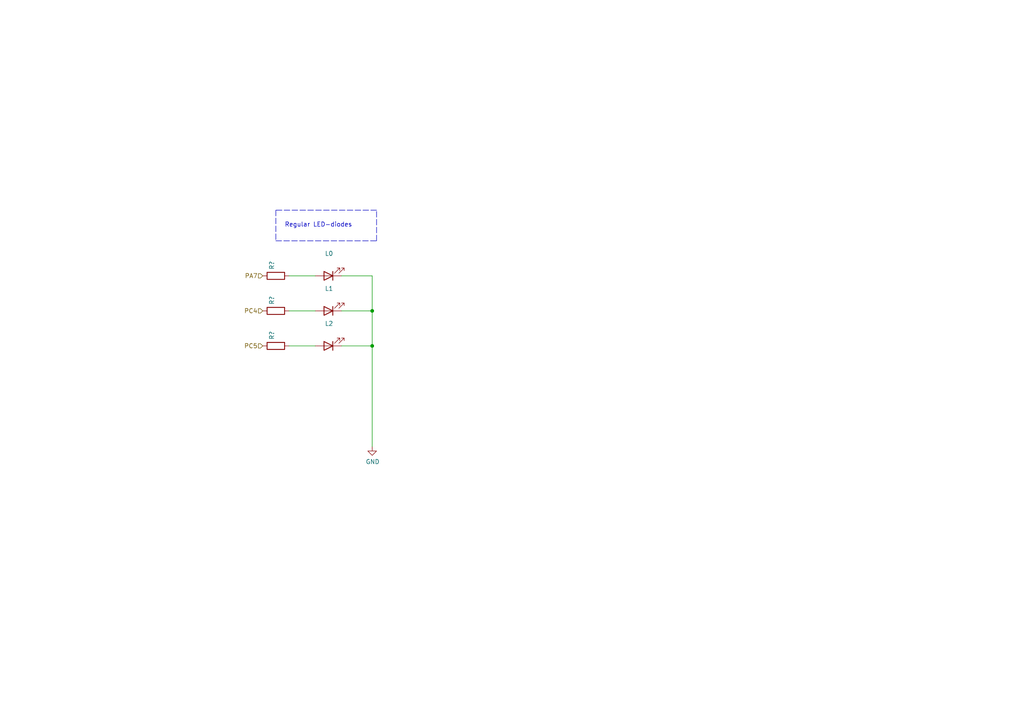
<source format=kicad_sch>
(kicad_sch (version 20211123) (generator eeschema)
  (paper "A4")
  (lib_symbols
    (symbol "Device:LED" (pin_numbers hide) (pin_names (offset 1.016) hide)
      (property "Reference" "D" (at 0 2.54 0))
      (property "Value" "LED" (at 0 -2.54 0))
      (symbol "LED_0_1"
        (polyline (pts (xy -1.27 -1.27) (xy -1.27 1.27)) (stroke (width 0.254)))
        (polyline (pts (xy -1.27 0) (xy 1.27 0)))
        (polyline (pts (xy 1.27 -1.27) (xy 1.27 1.27) (xy -1.27 0) (xy 1.27 -1.27)) (stroke (width 0.254)))
        (polyline (pts (xy -3.048 -0.762) (xy -4.572 -2.286) (xy -3.81 -2.286) (xy -4.572 -2.286) (xy -4.572 -1.524)))
        (polyline (pts (xy -1.778 -0.762) (xy -3.302 -2.286) (xy -2.54 -2.286) (xy -3.302 -2.286) (xy -3.302 -1.524)))
      )
      (symbol "LED_1_1"
        (pin passive line (at -3.81 0 0) (length 2.54) (name "K") (number "1"))
        (pin passive line (at 3.81 0 180) (length 2.54) (name "A") (number "2"))
      )
    )
    (symbol "Device:R" (pin_numbers hide) (pin_names (offset 0))
      (property "Reference" "R" (at 2.032 0 90))
      (property "Value" "R" (at 0 0 90))
      (symbol "R_0_1"
        (rectangle (start -1.016 -2.54) (end 1.016 2.54) (stroke (width 0.254)))
      )
      (symbol "R_1_1"
        (pin passive line (at 0 3.81 270) (length 1.27) (name "~") (number "1"))
        (pin passive line (at 0 -3.81 90) (length 1.27) (name "~") (number "2"))
      )
    )
    (symbol "power:GND" (power) (pin_names (offset 0))
      (property "Value" "GND" (at 0 -3.81 0))
      (symbol "GND_0_1"
        (polyline (pts (xy 0 0) (xy 0 -1.27) (xy 1.27 -1.27) (xy 0 -2.54) (xy -1.27 -1.27) (xy 0 -1.27)))
      )
      (symbol "GND_1_1"
        (pin power_in line (at 0 0 270) (length 0) hide (name "GND") (number "1"))
      )
    )
  )
  (junction (at 107.95 100.33))
  (junction (at 107.95 90.17))
  (wire (pts (xy 99.06 90.17) (xy 107.95 90.17)))
  (wire (pts (xy 91.44 100.33) (xy 83.82 100.33)))
  (wire (pts (xy 107.95 100.33) (xy 107.95 129.54)))
  (wire (pts (xy 99.06 100.33) (xy 107.95 100.33)))
  (wire (pts (xy 99.06 80.01) (xy 107.95 80.01)))
  (wire (pts (xy 107.95 80.01) (xy 107.95 90.17)))
  (polyline (pts (xy 80.01 60.96) (xy 80.01 69.85)))
  (polyline (pts (xy 109.22 69.85) (xy 109.22 60.96)))
  (polyline (pts (xy 80.01 69.85) (xy 109.22 69.85)))
  (wire (pts (xy 107.95 90.17) (xy 107.95 100.33)))
  (polyline (pts (xy 109.22 60.96) (xy 80.01 60.96)))
  (wire (pts (xy 91.44 80.01) (xy 83.82 80.01)))
  (wire (pts (xy 91.44 90.17) (xy 83.82 90.17)))
  (text "Regular LED-diodes" (at 82.55 66.04 0) (effects (font (size 1.27 1.27)) (justify left bottom)))
  (hierarchical_label "PA7" (shape input) (at 76.2 80.01 180))
  (hierarchical_label "PC4" (shape input) (at 76.2 90.17 180))
  (hierarchical_label "PC5" (shape input) (at 76.2 100.33 180))
  (symbol (lib_id "Device:R") (at 80.01 80.01 90) (unit 1)
    (property "Reference" "R?" (at 78.8416 78.232 0) (effects (justify left)))
    (property "Datasheet" "279-CRGCQ0402J220R" (effects hide))
    (property "LCSC" "C25091" (effects hide))
    (property "Comment" "Mouser" (effects hide))
  )
  (symbol (lib_id "Device:LED") (at 95.25 80.01 180) (unit 1)
    (property "Reference" "L0" (at 95.4278 73.533 0))
    (property "Datasheet" "710-150060VS75000" (effects hide))
    (property "LCSC" "C2286" (effects hide))
    (property "Comment" "Mouser" (effects hide))
  )
  (symbol (lib_id "Device:LED") (at 95.25 90.17 180) (unit 1)
    (property "Reference" "L1" (at 95.4278 83.693 0))
    (property "Datasheet" "710-150060BS75000" (effects hide))
    (property "LCSC" "C2286" (effects hide))
    (property "Comment" "Mouser" (effects hide))
  )
  (symbol (lib_id "Device:LED") (at 95.25 100.33 180) (unit 1)
    (property "Reference" "L2" (at 95.4278 93.853 0))
    (property "Datasheet" "710-150060SS75000" (effects hide))
    (property "LCSC" "C2286" (effects hide))
    (property "Comment" "Mouser" (effects hide))
  )
  (symbol (lib_id "power:GND") (at 107.95 129.54 0) (unit 1)
    (property "Reference" "#PWR0173" (effects hide))
  )
  (symbol (lib_id "Device:R") (at 80.01 90.17 90) (unit 1)
    (property "Reference" "R?" (at 78.8416 88.392 0) (effects (justify left)))
    (property "Datasheet" "279-CRGCQ0402J220R" (effects hide))
    (property "LCSC" "C25091" (effects hide))
    (property "Comment" "Mouser" (effects hide))
  )
  (symbol (lib_id "Device:R") (at 80.01 100.33 90) (unit 1)
    (property "Reference" "R?" (at 78.8416 98.552 0) (effects (justify left)))
    (property "Datasheet" "279-CRGCQ0402J220R" (effects hide))
    (property "LCSC" "C25091" (effects hide))
    (property "Comment" "Mouser" (effects hide))
  )
)
</source>
